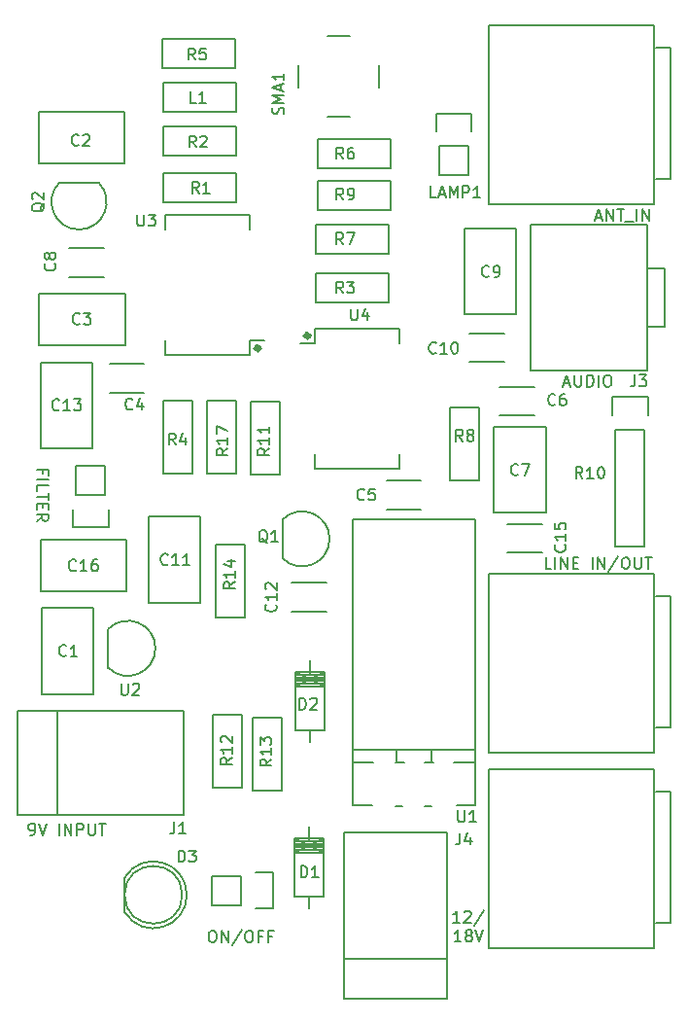
<source format=gto>
%TF.GenerationSoftware,KiCad,Pcbnew,4.0.4+e1-6308~48~ubuntu16.04.1-stable*%
%TF.CreationDate,2016-12-26T16:39:48-08:00*%
%TF.ProjectId,e202var-vlf-radio-receiver,653230327661722D766C662D72616469,v1.3*%
%TF.FileFunction,Legend,Top*%
%FSLAX46Y46*%
G04 Gerber Fmt 4.6, Leading zero omitted, Abs format (unit mm)*
G04 Created by KiCad (PCBNEW 4.0.4+e1-6308~48~ubuntu16.04.1-stable) date Mon Dec 26 16:39:48 2016*
%MOMM*%
%LPD*%
G01*
G04 APERTURE LIST*
%ADD10C,0.350000*%
%ADD11C,0.152400*%
%ADD12C,0.150000*%
%ADD13C,0.508000*%
G04 APERTURE END LIST*
D10*
D11*
X59457167Y-108981119D02*
X59650691Y-108981119D01*
X59747452Y-108932738D01*
X59795833Y-108884357D01*
X59892595Y-108739214D01*
X59940976Y-108545690D01*
X59940976Y-108158643D01*
X59892595Y-108061881D01*
X59844214Y-108013500D01*
X59747452Y-107965119D01*
X59553929Y-107965119D01*
X59457167Y-108013500D01*
X59408786Y-108061881D01*
X59360405Y-108158643D01*
X59360405Y-108400548D01*
X59408786Y-108497310D01*
X59457167Y-108545690D01*
X59553929Y-108594071D01*
X59747452Y-108594071D01*
X59844214Y-108545690D01*
X59892595Y-108497310D01*
X59940976Y-108400548D01*
X60231262Y-107965119D02*
X60569929Y-108981119D01*
X60908595Y-107965119D01*
X62021357Y-108981119D02*
X62021357Y-107965119D01*
X62505167Y-108981119D02*
X62505167Y-107965119D01*
X63085738Y-108981119D01*
X63085738Y-107965119D01*
X63569548Y-108981119D02*
X63569548Y-107965119D01*
X63956595Y-107965119D01*
X64053357Y-108013500D01*
X64101738Y-108061881D01*
X64150119Y-108158643D01*
X64150119Y-108303786D01*
X64101738Y-108400548D01*
X64053357Y-108448929D01*
X63956595Y-108497310D01*
X63569548Y-108497310D01*
X64585548Y-107965119D02*
X64585548Y-108787595D01*
X64633929Y-108884357D01*
X64682310Y-108932738D01*
X64779072Y-108981119D01*
X64972595Y-108981119D01*
X65069357Y-108932738D01*
X65117738Y-108884357D01*
X65166119Y-108787595D01*
X65166119Y-107965119D01*
X65504786Y-107965119D02*
X66085357Y-107965119D01*
X65795072Y-108981119D02*
X65795072Y-107965119D01*
X106020810Y-69638333D02*
X106504619Y-69638333D01*
X105924048Y-69928619D02*
X106262715Y-68912619D01*
X106601381Y-69928619D01*
X106940048Y-68912619D02*
X106940048Y-69735095D01*
X106988429Y-69831857D01*
X107036810Y-69880238D01*
X107133572Y-69928619D01*
X107327095Y-69928619D01*
X107423857Y-69880238D01*
X107472238Y-69831857D01*
X107520619Y-69735095D01*
X107520619Y-68912619D01*
X108004429Y-69928619D02*
X108004429Y-68912619D01*
X108246334Y-68912619D01*
X108391476Y-68961000D01*
X108488238Y-69057762D01*
X108536619Y-69154524D01*
X108585000Y-69348048D01*
X108585000Y-69493190D01*
X108536619Y-69686714D01*
X108488238Y-69783476D01*
X108391476Y-69880238D01*
X108246334Y-69928619D01*
X108004429Y-69928619D01*
X109020429Y-69928619D02*
X109020429Y-68912619D01*
X109697763Y-68912619D02*
X109891286Y-68912619D01*
X109988048Y-68961000D01*
X110084810Y-69057762D01*
X110133191Y-69251286D01*
X110133191Y-69589952D01*
X110084810Y-69783476D01*
X109988048Y-69880238D01*
X109891286Y-69928619D01*
X109697763Y-69928619D01*
X109601001Y-69880238D01*
X109504239Y-69783476D01*
X109455858Y-69589952D01*
X109455858Y-69251286D01*
X109504239Y-69057762D01*
X109601001Y-68961000D01*
X109697763Y-68912619D01*
X104902000Y-85803619D02*
X104418191Y-85803619D01*
X104418191Y-84787619D01*
X105240667Y-85803619D02*
X105240667Y-84787619D01*
X105724477Y-85803619D02*
X105724477Y-84787619D01*
X106305048Y-85803619D01*
X106305048Y-84787619D01*
X106788858Y-85271429D02*
X107127524Y-85271429D01*
X107272667Y-85803619D02*
X106788858Y-85803619D01*
X106788858Y-84787619D01*
X107272667Y-84787619D01*
X108482191Y-85803619D02*
X108482191Y-84787619D01*
X108966001Y-85803619D02*
X108966001Y-84787619D01*
X109546572Y-85803619D01*
X109546572Y-84787619D01*
X110756096Y-84739238D02*
X109885239Y-86045524D01*
X111288287Y-84787619D02*
X111481810Y-84787619D01*
X111578572Y-84836000D01*
X111675334Y-84932762D01*
X111723715Y-85126286D01*
X111723715Y-85464952D01*
X111675334Y-85658476D01*
X111578572Y-85755238D01*
X111481810Y-85803619D01*
X111288287Y-85803619D01*
X111191525Y-85755238D01*
X111094763Y-85658476D01*
X111046382Y-85464952D01*
X111046382Y-85126286D01*
X111094763Y-84932762D01*
X111191525Y-84836000D01*
X111288287Y-84787619D01*
X112159144Y-84787619D02*
X112159144Y-85610095D01*
X112207525Y-85706857D01*
X112255906Y-85755238D01*
X112352668Y-85803619D01*
X112546191Y-85803619D01*
X112642953Y-85755238D01*
X112691334Y-85706857D01*
X112739715Y-85610095D01*
X112739715Y-84787619D01*
X113078382Y-84787619D02*
X113658953Y-84787619D01*
X113368668Y-85803619D02*
X113368668Y-84787619D01*
X108802715Y-55223833D02*
X109286524Y-55223833D01*
X108705953Y-55514119D02*
X109044620Y-54498119D01*
X109383286Y-55514119D01*
X109721953Y-55514119D02*
X109721953Y-54498119D01*
X110302524Y-55514119D01*
X110302524Y-54498119D01*
X110641191Y-54498119D02*
X111221762Y-54498119D01*
X110931477Y-55514119D02*
X110931477Y-54498119D01*
X111318524Y-55610881D02*
X112092619Y-55610881D01*
X112334524Y-55514119D02*
X112334524Y-54498119D01*
X112818334Y-55514119D02*
X112818334Y-54498119D01*
X113398905Y-55514119D01*
X113398905Y-54498119D01*
X96937286Y-116588419D02*
X96356715Y-116588419D01*
X96647001Y-116588419D02*
X96647001Y-115572419D01*
X96550239Y-115717562D01*
X96453477Y-115814324D01*
X96356715Y-115862705D01*
X97324334Y-115669181D02*
X97372715Y-115620800D01*
X97469477Y-115572419D01*
X97711381Y-115572419D01*
X97808143Y-115620800D01*
X97856524Y-115669181D01*
X97904905Y-115765943D01*
X97904905Y-115862705D01*
X97856524Y-116007848D01*
X97275953Y-116588419D01*
X97904905Y-116588419D01*
X99066048Y-115524038D02*
X98195191Y-116830324D01*
X97034048Y-118264819D02*
X96453477Y-118264819D01*
X96743763Y-118264819D02*
X96743763Y-117248819D01*
X96647001Y-117393962D01*
X96550239Y-117490724D01*
X96453477Y-117539105D01*
X97614620Y-117684248D02*
X97517858Y-117635867D01*
X97469477Y-117587486D01*
X97421096Y-117490724D01*
X97421096Y-117442343D01*
X97469477Y-117345581D01*
X97517858Y-117297200D01*
X97614620Y-117248819D01*
X97808143Y-117248819D01*
X97904905Y-117297200D01*
X97953286Y-117345581D01*
X98001667Y-117442343D01*
X98001667Y-117490724D01*
X97953286Y-117587486D01*
X97904905Y-117635867D01*
X97808143Y-117684248D01*
X97614620Y-117684248D01*
X97517858Y-117732629D01*
X97469477Y-117781010D01*
X97421096Y-117877771D01*
X97421096Y-118071295D01*
X97469477Y-118168057D01*
X97517858Y-118216438D01*
X97614620Y-118264819D01*
X97808143Y-118264819D01*
X97904905Y-118216438D01*
X97953286Y-118168057D01*
X98001667Y-118071295D01*
X98001667Y-117877771D01*
X97953286Y-117781010D01*
X97904905Y-117732629D01*
X97808143Y-117684248D01*
X98291953Y-117248819D02*
X98630620Y-118264819D01*
X98969286Y-117248819D01*
X60588071Y-77512333D02*
X60588071Y-77173667D01*
X60055881Y-77173667D02*
X61071881Y-77173667D01*
X61071881Y-77657476D01*
X60055881Y-78044524D02*
X61071881Y-78044524D01*
X60055881Y-79012143D02*
X60055881Y-78528334D01*
X61071881Y-78528334D01*
X61071881Y-79205667D02*
X61071881Y-79786238D01*
X60055881Y-79495953D02*
X61071881Y-79495953D01*
X60588071Y-80124905D02*
X60588071Y-80463571D01*
X60055881Y-80608714D02*
X60055881Y-80124905D01*
X61071881Y-80124905D01*
X61071881Y-80608714D01*
X60055881Y-81624714D02*
X60539690Y-81286048D01*
X60055881Y-81044143D02*
X61071881Y-81044143D01*
X61071881Y-81431190D01*
X61023500Y-81527952D01*
X60975119Y-81576333D01*
X60878357Y-81624714D01*
X60733214Y-81624714D01*
X60636452Y-81576333D01*
X60588071Y-81527952D01*
X60539690Y-81431190D01*
X60539690Y-81044143D01*
X75291890Y-117299619D02*
X75485413Y-117299619D01*
X75582175Y-117348000D01*
X75678937Y-117444762D01*
X75727318Y-117638286D01*
X75727318Y-117976952D01*
X75678937Y-118170476D01*
X75582175Y-118267238D01*
X75485413Y-118315619D01*
X75291890Y-118315619D01*
X75195128Y-118267238D01*
X75098366Y-118170476D01*
X75049985Y-117976952D01*
X75049985Y-117638286D01*
X75098366Y-117444762D01*
X75195128Y-117348000D01*
X75291890Y-117299619D01*
X76162747Y-118315619D02*
X76162747Y-117299619D01*
X76743318Y-118315619D01*
X76743318Y-117299619D01*
X77952842Y-117251238D02*
X77081985Y-118557524D01*
X78485033Y-117299619D02*
X78678556Y-117299619D01*
X78775318Y-117348000D01*
X78872080Y-117444762D01*
X78920461Y-117638286D01*
X78920461Y-117976952D01*
X78872080Y-118170476D01*
X78775318Y-118267238D01*
X78678556Y-118315619D01*
X78485033Y-118315619D01*
X78388271Y-118267238D01*
X78291509Y-118170476D01*
X78243128Y-117976952D01*
X78243128Y-117638286D01*
X78291509Y-117444762D01*
X78388271Y-117348000D01*
X78485033Y-117299619D01*
X79694556Y-117783429D02*
X79355890Y-117783429D01*
X79355890Y-118315619D02*
X79355890Y-117299619D01*
X79839699Y-117299619D01*
X80565413Y-117783429D02*
X80226747Y-117783429D01*
X80226747Y-118315619D02*
X80226747Y-117299619D01*
X80710556Y-117299619D01*
D12*
X65894400Y-60358340D02*
X62894400Y-60358340D01*
X62894400Y-57858340D02*
X65894400Y-57858340D01*
D13*
X79451986Y-66588640D02*
G75*
G03X79451986Y-66588640I-148106J0D01*
G01*
D12*
X78610080Y-67181840D02*
X78610080Y-65911840D01*
X71260080Y-67181840D02*
X71260080Y-65911840D01*
X71260080Y-54971840D02*
X71260080Y-56241840D01*
X78610080Y-54971840D02*
X78610080Y-56241840D01*
X78610080Y-67181840D02*
X71260080Y-67181840D01*
X78610080Y-54971840D02*
X71260080Y-54971840D01*
X78610080Y-65911840D02*
X79895080Y-65911840D01*
X63500000Y-79375000D02*
X63500000Y-76835000D01*
X63220000Y-82195000D02*
X63220000Y-80645000D01*
X63500000Y-79375000D02*
X66040000Y-79375000D01*
X66320000Y-80645000D02*
X66320000Y-82195000D01*
X66320000Y-82195000D02*
X63220000Y-82195000D01*
X66040000Y-79375000D02*
X66040000Y-76835000D01*
X66040000Y-76835000D02*
X63500000Y-76835000D01*
X78867000Y-105075500D02*
X78867000Y-98725500D01*
X78867000Y-98725500D02*
X81407000Y-98725500D01*
X81407000Y-98725500D02*
X81407000Y-105075500D01*
X81407000Y-105075500D02*
X78867000Y-105075500D01*
X78232000Y-83693000D02*
X78232000Y-90043000D01*
X78232000Y-90043000D02*
X75692000Y-90043000D01*
X75692000Y-90043000D02*
X75692000Y-83693000D01*
X75692000Y-83693000D02*
X78232000Y-83693000D01*
X71125080Y-47289720D02*
X77475080Y-47289720D01*
X77475080Y-47289720D02*
X77475080Y-49829720D01*
X77475080Y-49829720D02*
X71125080Y-49829720D01*
X71125080Y-49829720D02*
X71125080Y-47289720D01*
X85360000Y-39420800D02*
X87360000Y-39420800D01*
X89865200Y-41926000D02*
X89865200Y-43926000D01*
X87360000Y-46431200D02*
X85360000Y-46431200D01*
X82854800Y-43926000D02*
X82854800Y-41926000D01*
X69425000Y-70465000D02*
X66425000Y-70465000D01*
X66425000Y-67965000D02*
X69425000Y-67965000D01*
X93555000Y-80625000D02*
X90555000Y-80625000D01*
X90555000Y-78125000D02*
X93555000Y-78125000D01*
X103397500Y-72433500D02*
X100397500Y-72433500D01*
X100397500Y-69933500D02*
X103397500Y-69933500D01*
X97794000Y-65298000D02*
X100794000Y-65298000D01*
X100794000Y-67798000D02*
X97794000Y-67798000D01*
X82300000Y-87015000D02*
X85300000Y-87015000D01*
X85300000Y-89515000D02*
X82300000Y-89515000D01*
X104072500Y-84371500D02*
X101072500Y-84371500D01*
X101072500Y-81871500D02*
X104072500Y-81871500D01*
X77858620Y-115062000D02*
X75318620Y-115062000D01*
X80678620Y-115342000D02*
X79128620Y-115342000D01*
X77858620Y-115062000D02*
X77858620Y-112522000D01*
X79128620Y-112242000D02*
X80678620Y-112242000D01*
X80678620Y-112242000D02*
X80678620Y-115342000D01*
X77858620Y-112522000D02*
X75318620Y-112522000D01*
X75318620Y-112522000D02*
X75318620Y-115062000D01*
X97668080Y-48991520D02*
X97668080Y-51531520D01*
X97948080Y-46171520D02*
X97948080Y-47721520D01*
X97668080Y-48991520D02*
X95128080Y-48991520D01*
X94848080Y-47721520D02*
X94848080Y-46171520D01*
X94848080Y-46171520D02*
X97948080Y-46171520D01*
X95128080Y-48991520D02*
X95128080Y-51531520D01*
X95128080Y-51531520D02*
X97668080Y-51531520D01*
X81485000Y-81485000D02*
X81485000Y-84885000D01*
X81487944Y-81487944D02*
G75*
G02X85585000Y-83185000I1697056J-1697056D01*
G01*
X81487944Y-84882056D02*
G75*
G03X85585000Y-83185000I1697056J1697056D01*
G01*
X65454000Y-52148000D02*
X62054000Y-52148000D01*
X65451056Y-52150944D02*
G75*
G02X63754000Y-56248000I-1697056J-1697056D01*
G01*
X62056944Y-52150944D02*
G75*
G03X63754000Y-56248000I1697056J-1697056D01*
G01*
X77470000Y-53848000D02*
X71120000Y-53848000D01*
X71120000Y-53848000D02*
X71120000Y-51308000D01*
X71120000Y-51308000D02*
X77470000Y-51308000D01*
X77470000Y-51308000D02*
X77470000Y-53848000D01*
X84403420Y-60081160D02*
X90753420Y-60081160D01*
X90753420Y-60081160D02*
X90753420Y-62621160D01*
X90753420Y-62621160D02*
X84403420Y-62621160D01*
X84403420Y-62621160D02*
X84403420Y-60081160D01*
X73660000Y-71120000D02*
X73660000Y-77470000D01*
X73660000Y-77470000D02*
X71120000Y-77470000D01*
X71120000Y-77470000D02*
X71120000Y-71120000D01*
X71120000Y-71120000D02*
X73660000Y-71120000D01*
X71025240Y-39616380D02*
X77375240Y-39616380D01*
X77375240Y-39616380D02*
X77375240Y-42156380D01*
X77375240Y-42156380D02*
X71025240Y-42156380D01*
X71025240Y-42156380D02*
X71025240Y-39616380D01*
X90922620Y-50899060D02*
X84572620Y-50899060D01*
X84572620Y-50899060D02*
X84572620Y-48359060D01*
X84572620Y-48359060D02*
X90922620Y-48359060D01*
X90922620Y-48359060D02*
X90922620Y-50899060D01*
X84419440Y-55841900D02*
X90769440Y-55841900D01*
X90769440Y-55841900D02*
X90769440Y-58381900D01*
X90769440Y-58381900D02*
X84419440Y-58381900D01*
X84419440Y-58381900D02*
X84419440Y-55841900D01*
X98615500Y-71755000D02*
X98615500Y-78105000D01*
X98615500Y-78105000D02*
X96075500Y-78105000D01*
X96075500Y-78105000D02*
X96075500Y-71755000D01*
X96075500Y-71755000D02*
X98615500Y-71755000D01*
X90922620Y-54564280D02*
X84572620Y-54564280D01*
X84572620Y-54564280D02*
X84572620Y-52024280D01*
X84572620Y-52024280D02*
X90922620Y-52024280D01*
X90922620Y-52024280D02*
X90922620Y-54564280D01*
X78740000Y-77580000D02*
X78740000Y-71230000D01*
X78740000Y-71230000D02*
X81280000Y-71230000D01*
X81280000Y-71230000D02*
X81280000Y-77580000D01*
X81280000Y-77580000D02*
X78740000Y-77580000D01*
X77914500Y-98488500D02*
X77914500Y-104838500D01*
X77914500Y-104838500D02*
X75374500Y-104838500D01*
X75374500Y-104838500D02*
X75374500Y-98488500D01*
X75374500Y-98488500D02*
X77914500Y-98488500D01*
X74930000Y-77470000D02*
X74930000Y-71120000D01*
X74930000Y-71120000D02*
X77470000Y-71120000D01*
X77470000Y-71120000D02*
X77470000Y-77470000D01*
X77470000Y-77470000D02*
X74930000Y-77470000D01*
X66308500Y-91010000D02*
X66308500Y-94410000D01*
X66311444Y-91012944D02*
G75*
G02X70408500Y-92710000I1697056J-1697056D01*
G01*
X66311444Y-94407056D02*
G75*
G03X70408500Y-92710000I1697056J1697056D01*
G01*
X77470000Y-45974000D02*
X71120000Y-45974000D01*
X71120000Y-45974000D02*
X71120000Y-43434000D01*
X71120000Y-43434000D02*
X77470000Y-43434000D01*
X77470000Y-43434000D02*
X77470000Y-45974000D01*
X67746112Y-115697904D02*
G75*
G03X67731000Y-112673000I2484888J1524904D01*
G01*
X67731000Y-115673000D02*
X67731000Y-112673000D01*
X72748936Y-114173000D02*
G75*
G03X72748936Y-114173000I-2517936J0D01*
G01*
X74322500Y-81253000D02*
X74322500Y-88753000D01*
X74322500Y-88753000D02*
X69822500Y-88753000D01*
X69822500Y-88753000D02*
X69822500Y-81253000D01*
X69822500Y-81253000D02*
X74322500Y-81253000D01*
D13*
X83780146Y-65498980D02*
G75*
G03X83780146Y-65498980I-148106J0D01*
G01*
D12*
X84325840Y-64905780D02*
X84325840Y-66175780D01*
X91675840Y-64905780D02*
X91675840Y-66175780D01*
X91675840Y-77115780D02*
X91675840Y-75845780D01*
X84325840Y-77115780D02*
X84325840Y-75845780D01*
X84325840Y-64905780D02*
X91675840Y-64905780D01*
X84325840Y-77115780D02*
X91675840Y-77115780D01*
X84325840Y-66175780D02*
X83040840Y-66175780D01*
X110210000Y-72390000D02*
X110210000Y-70840000D01*
X110210000Y-70840000D02*
X113310000Y-70840000D01*
X113310000Y-70840000D02*
X113310000Y-72390000D01*
X113030000Y-73660000D02*
X113030000Y-83820000D01*
X113030000Y-83820000D02*
X110490000Y-83820000D01*
X110490000Y-83820000D02*
X110490000Y-73660000D01*
X113030000Y-73660000D02*
X110490000Y-73660000D01*
X83855560Y-99834700D02*
X83855560Y-100850700D01*
X83855560Y-95008700D02*
X83855560Y-93738700D01*
X85125560Y-95262700D02*
X82585560Y-95262700D01*
X85125560Y-95516700D02*
X82585560Y-95516700D01*
X85125560Y-95770700D02*
X82585560Y-95770700D01*
X85125560Y-95008700D02*
X82585560Y-95008700D01*
X85125560Y-96024700D02*
X82585560Y-94754700D01*
X85125560Y-94754700D02*
X82585560Y-96024700D01*
X85125560Y-96024700D02*
X82585560Y-96024700D01*
X85125560Y-95389700D02*
X82585560Y-95389700D01*
X82585560Y-94754700D02*
X85125560Y-94754700D01*
X85125560Y-94754700D02*
X85125560Y-99834700D01*
X85125560Y-99834700D02*
X82585560Y-99834700D01*
X82585560Y-99834700D02*
X82585560Y-94754700D01*
X83820000Y-114300000D02*
X83820000Y-115316000D01*
X83820000Y-109474000D02*
X83820000Y-108204000D01*
X85090000Y-109728000D02*
X82550000Y-109728000D01*
X85090000Y-109982000D02*
X82550000Y-109982000D01*
X85090000Y-110236000D02*
X82550000Y-110236000D01*
X85090000Y-109474000D02*
X82550000Y-109474000D01*
X85090000Y-110490000D02*
X82550000Y-109220000D01*
X85090000Y-109220000D02*
X82550000Y-110490000D01*
X85090000Y-110490000D02*
X82550000Y-110490000D01*
X85090000Y-109855000D02*
X82550000Y-109855000D01*
X82550000Y-109220000D02*
X85090000Y-109220000D01*
X85090000Y-109220000D02*
X85090000Y-114300000D01*
X85090000Y-114300000D02*
X82550000Y-114300000D01*
X82550000Y-114300000D02*
X82550000Y-109220000D01*
X67908500Y-87784500D02*
X60408500Y-87784500D01*
X60408500Y-87784500D02*
X60408500Y-83284500D01*
X60408500Y-83284500D02*
X67908500Y-83284500D01*
X67908500Y-83284500D02*
X67908500Y-87784500D01*
X64937200Y-67839260D02*
X64937200Y-75339260D01*
X64937200Y-75339260D02*
X60437200Y-75339260D01*
X60437200Y-75339260D02*
X60437200Y-67839260D01*
X60437200Y-67839260D02*
X64937200Y-67839260D01*
X97318000Y-63654000D02*
X97318000Y-56154000D01*
X97318000Y-56154000D02*
X101818000Y-56154000D01*
X101818000Y-56154000D02*
X101818000Y-63654000D01*
X101818000Y-63654000D02*
X97318000Y-63654000D01*
X104421500Y-73426000D02*
X104421500Y-80926000D01*
X104421500Y-80926000D02*
X99921500Y-80926000D01*
X99921500Y-80926000D02*
X99921500Y-73426000D01*
X99921500Y-73426000D02*
X104421500Y-73426000D01*
X60278960Y-61803720D02*
X67778960Y-61803720D01*
X67778960Y-61803720D02*
X67778960Y-66303720D01*
X67778960Y-66303720D02*
X60278960Y-66303720D01*
X60278960Y-66303720D02*
X60278960Y-61803720D01*
X67718000Y-50510000D02*
X60218000Y-50510000D01*
X60218000Y-50510000D02*
X60218000Y-46010000D01*
X60218000Y-46010000D02*
X67718000Y-46010000D01*
X67718000Y-46010000D02*
X67718000Y-50510000D01*
X64988000Y-89190500D02*
X64988000Y-96690500D01*
X64988000Y-96690500D02*
X60488000Y-96690500D01*
X60488000Y-96690500D02*
X60488000Y-89190500D01*
X60488000Y-89190500D02*
X64988000Y-89190500D01*
X61871860Y-98178620D02*
X61871860Y-107180380D01*
X58371740Y-98178620D02*
X58371740Y-107180380D01*
X58371740Y-107180380D02*
X72872600Y-107180380D01*
X72872600Y-107180380D02*
X72872600Y-98178620D01*
X72872600Y-98178620D02*
X58371740Y-98178620D01*
X86812120Y-119722900D02*
X95813880Y-119722900D01*
X86812120Y-123223020D02*
X95813880Y-123223020D01*
X95813880Y-123223020D02*
X95813880Y-108722160D01*
X95813880Y-108722160D02*
X86812120Y-108722160D01*
X86812120Y-108722160D02*
X86812120Y-123223020D01*
D11*
X114774980Y-59672220D02*
X113250980Y-59672220D01*
X114774980Y-64752220D02*
X114774980Y-59672220D01*
X113250980Y-64752220D02*
X114774980Y-64752220D01*
X113250980Y-55862220D02*
X103090980Y-55862220D01*
X113250980Y-68562220D02*
X113250980Y-55862220D01*
X103090980Y-68562220D02*
X113250980Y-68562220D01*
X103090980Y-55862220D02*
X103090980Y-68562220D01*
X87630000Y-81470500D02*
X98298000Y-81470500D01*
X98298000Y-101536500D02*
X98298000Y-81470500D01*
D12*
X98298000Y-102679500D02*
X96393000Y-102679500D01*
X93853000Y-102679500D02*
X94615000Y-102679500D01*
X91440000Y-102679500D02*
X91313000Y-102679500D01*
X91440000Y-102679500D02*
X92075000Y-102679500D01*
X87630000Y-102679500D02*
X89408000Y-102679500D01*
X87630000Y-106362500D02*
X89281000Y-106362500D01*
X91948000Y-106489500D02*
X91313000Y-106489500D01*
X94488000Y-106489500D02*
X93853000Y-106489500D01*
X98298000Y-106362500D02*
X96647000Y-106362500D01*
X91440000Y-101536500D02*
X91440000Y-102679500D01*
X94488000Y-101536500D02*
X94488000Y-102679500D01*
X98298000Y-102679500D02*
X98298000Y-106362500D01*
X87630000Y-106362500D02*
X87630000Y-102679500D01*
X98298000Y-101536500D02*
X98298000Y-102679500D01*
X87630000Y-102679500D02*
X87630000Y-101536500D01*
X92964000Y-101536500D02*
X87630000Y-101536500D01*
X92964000Y-101536500D02*
X98298000Y-101536500D01*
D11*
X87630000Y-101536500D02*
X87630000Y-81470500D01*
X115316000Y-105156000D02*
X114046000Y-105156000D01*
X115316000Y-116586000D02*
X115316000Y-105156000D01*
X114046000Y-116586000D02*
X115316000Y-116586000D01*
D12*
X99479100Y-103197660D02*
X99479100Y-118798340D01*
X99479100Y-118798340D02*
X113880900Y-118798340D01*
X113880900Y-118798340D02*
X113880900Y-103197660D01*
X113880900Y-103197660D02*
X99479100Y-103197660D01*
D11*
X115290600Y-40403780D02*
X114020600Y-40403780D01*
X115290600Y-51833780D02*
X115290600Y-40403780D01*
X114020600Y-51833780D02*
X115290600Y-51833780D01*
D12*
X99453700Y-38445440D02*
X99453700Y-54046120D01*
X99453700Y-54046120D02*
X113855500Y-54046120D01*
X113855500Y-54046120D02*
X113855500Y-38445440D01*
X113855500Y-38445440D02*
X99453700Y-38445440D01*
D11*
X115316000Y-88138000D02*
X114046000Y-88138000D01*
X115316000Y-99568000D02*
X115316000Y-88138000D01*
X114046000Y-99568000D02*
X115316000Y-99568000D01*
D12*
X99479100Y-86179660D02*
X99479100Y-101780340D01*
X99479100Y-101780340D02*
X113880900Y-101780340D01*
X113880900Y-101780340D02*
X113880900Y-86179660D01*
X113880900Y-86179660D02*
X99479100Y-86179660D01*
X61634643Y-59221666D02*
X61682262Y-59269285D01*
X61729881Y-59412142D01*
X61729881Y-59507380D01*
X61682262Y-59650238D01*
X61587024Y-59745476D01*
X61491786Y-59793095D01*
X61301310Y-59840714D01*
X61158452Y-59840714D01*
X60967976Y-59793095D01*
X60872738Y-59745476D01*
X60777500Y-59650238D01*
X60729881Y-59507380D01*
X60729881Y-59412142D01*
X60777500Y-59269285D01*
X60825119Y-59221666D01*
X61158452Y-58650238D02*
X61110833Y-58745476D01*
X61063214Y-58793095D01*
X60967976Y-58840714D01*
X60920357Y-58840714D01*
X60825119Y-58793095D01*
X60777500Y-58745476D01*
X60729881Y-58650238D01*
X60729881Y-58459761D01*
X60777500Y-58364523D01*
X60825119Y-58316904D01*
X60920357Y-58269285D01*
X60967976Y-58269285D01*
X61063214Y-58316904D01*
X61110833Y-58364523D01*
X61158452Y-58459761D01*
X61158452Y-58650238D01*
X61206071Y-58745476D01*
X61253690Y-58793095D01*
X61348929Y-58840714D01*
X61539405Y-58840714D01*
X61634643Y-58793095D01*
X61682262Y-58745476D01*
X61729881Y-58650238D01*
X61729881Y-58459761D01*
X61682262Y-58364523D01*
X61634643Y-58316904D01*
X61539405Y-58269285D01*
X61348929Y-58269285D01*
X61253690Y-58316904D01*
X61206071Y-58364523D01*
X61158452Y-58459761D01*
X68834095Y-54951381D02*
X68834095Y-55760905D01*
X68881714Y-55856143D01*
X68929333Y-55903762D01*
X69024571Y-55951381D01*
X69215048Y-55951381D01*
X69310286Y-55903762D01*
X69357905Y-55856143D01*
X69405524Y-55760905D01*
X69405524Y-54951381D01*
X69786476Y-54951381D02*
X70405524Y-54951381D01*
X70072190Y-55332333D01*
X70215048Y-55332333D01*
X70310286Y-55379952D01*
X70357905Y-55427571D01*
X70405524Y-55522810D01*
X70405524Y-55760905D01*
X70357905Y-55856143D01*
X70310286Y-55903762D01*
X70215048Y-55951381D01*
X69929333Y-55951381D01*
X69834095Y-55903762D01*
X69786476Y-55856143D01*
X80525881Y-102369857D02*
X80049690Y-102703191D01*
X80525881Y-102941286D02*
X79525881Y-102941286D01*
X79525881Y-102560333D01*
X79573500Y-102465095D01*
X79621119Y-102417476D01*
X79716357Y-102369857D01*
X79859214Y-102369857D01*
X79954452Y-102417476D01*
X80002071Y-102465095D01*
X80049690Y-102560333D01*
X80049690Y-102941286D01*
X80525881Y-101417476D02*
X80525881Y-101988905D01*
X80525881Y-101703191D02*
X79525881Y-101703191D01*
X79668738Y-101798429D01*
X79763976Y-101893667D01*
X79811595Y-101988905D01*
X79525881Y-101084143D02*
X79525881Y-100465095D01*
X79906833Y-100798429D01*
X79906833Y-100655571D01*
X79954452Y-100560333D01*
X80002071Y-100512714D01*
X80097310Y-100465095D01*
X80335405Y-100465095D01*
X80430643Y-100512714D01*
X80478262Y-100560333D01*
X80525881Y-100655571D01*
X80525881Y-100941286D01*
X80478262Y-101036524D01*
X80430643Y-101084143D01*
X77350881Y-86939357D02*
X76874690Y-87272691D01*
X77350881Y-87510786D02*
X76350881Y-87510786D01*
X76350881Y-87129833D01*
X76398500Y-87034595D01*
X76446119Y-86986976D01*
X76541357Y-86939357D01*
X76684214Y-86939357D01*
X76779452Y-86986976D01*
X76827071Y-87034595D01*
X76874690Y-87129833D01*
X76874690Y-87510786D01*
X77350881Y-85986976D02*
X77350881Y-86558405D01*
X77350881Y-86272691D02*
X76350881Y-86272691D01*
X76493738Y-86367929D01*
X76588976Y-86463167D01*
X76636595Y-86558405D01*
X76684214Y-85129833D02*
X77350881Y-85129833D01*
X76303262Y-85367929D02*
X77017548Y-85606024D01*
X77017548Y-84986976D01*
X73937834Y-49093381D02*
X73604500Y-48617190D01*
X73366405Y-49093381D02*
X73366405Y-48093381D01*
X73747358Y-48093381D01*
X73842596Y-48141000D01*
X73890215Y-48188619D01*
X73937834Y-48283857D01*
X73937834Y-48426714D01*
X73890215Y-48521952D01*
X73842596Y-48569571D01*
X73747358Y-48617190D01*
X73366405Y-48617190D01*
X74318786Y-48188619D02*
X74366405Y-48141000D01*
X74461643Y-48093381D01*
X74699739Y-48093381D01*
X74794977Y-48141000D01*
X74842596Y-48188619D01*
X74890215Y-48283857D01*
X74890215Y-48379095D01*
X74842596Y-48521952D01*
X74271167Y-49093381D01*
X74890215Y-49093381D01*
X81560302Y-46201745D02*
X81607921Y-46058888D01*
X81607921Y-45820792D01*
X81560302Y-45725554D01*
X81512683Y-45677935D01*
X81417445Y-45630316D01*
X81322207Y-45630316D01*
X81226969Y-45677935D01*
X81179350Y-45725554D01*
X81131730Y-45820792D01*
X81084111Y-46011269D01*
X81036492Y-46106507D01*
X80988873Y-46154126D01*
X80893635Y-46201745D01*
X80798397Y-46201745D01*
X80703159Y-46154126D01*
X80655540Y-46106507D01*
X80607921Y-46011269D01*
X80607921Y-45773173D01*
X80655540Y-45630316D01*
X81607921Y-45201745D02*
X80607921Y-45201745D01*
X81322207Y-44868411D01*
X80607921Y-44535078D01*
X81607921Y-44535078D01*
X81322207Y-44106507D02*
X81322207Y-43630316D01*
X81607921Y-44201745D02*
X80607921Y-43868412D01*
X81607921Y-43535078D01*
X81607921Y-42677935D02*
X81607921Y-43249364D01*
X81607921Y-42963650D02*
X80607921Y-42963650D01*
X80750778Y-43058888D01*
X80846016Y-43154126D01*
X80893635Y-43249364D01*
X68413334Y-71858143D02*
X68365715Y-71905762D01*
X68222858Y-71953381D01*
X68127620Y-71953381D01*
X67984762Y-71905762D01*
X67889524Y-71810524D01*
X67841905Y-71715286D01*
X67794286Y-71524810D01*
X67794286Y-71381952D01*
X67841905Y-71191476D01*
X67889524Y-71096238D01*
X67984762Y-71001000D01*
X68127620Y-70953381D01*
X68222858Y-70953381D01*
X68365715Y-71001000D01*
X68413334Y-71048619D01*
X69270477Y-71286714D02*
X69270477Y-71953381D01*
X69032381Y-70905762D02*
X68794286Y-71620048D01*
X69413334Y-71620048D01*
X88606334Y-79732143D02*
X88558715Y-79779762D01*
X88415858Y-79827381D01*
X88320620Y-79827381D01*
X88177762Y-79779762D01*
X88082524Y-79684524D01*
X88034905Y-79589286D01*
X87987286Y-79398810D01*
X87987286Y-79255952D01*
X88034905Y-79065476D01*
X88082524Y-78970238D01*
X88177762Y-78875000D01*
X88320620Y-78827381D01*
X88415858Y-78827381D01*
X88558715Y-78875000D01*
X88606334Y-78922619D01*
X89511096Y-78827381D02*
X89034905Y-78827381D01*
X88987286Y-79303571D01*
X89034905Y-79255952D01*
X89130143Y-79208333D01*
X89368239Y-79208333D01*
X89463477Y-79255952D01*
X89511096Y-79303571D01*
X89558715Y-79398810D01*
X89558715Y-79636905D01*
X89511096Y-79732143D01*
X89463477Y-79779762D01*
X89368239Y-79827381D01*
X89130143Y-79827381D01*
X89034905Y-79779762D01*
X88987286Y-79732143D01*
X105243334Y-71477143D02*
X105195715Y-71524762D01*
X105052858Y-71572381D01*
X104957620Y-71572381D01*
X104814762Y-71524762D01*
X104719524Y-71429524D01*
X104671905Y-71334286D01*
X104624286Y-71143810D01*
X104624286Y-71000952D01*
X104671905Y-70810476D01*
X104719524Y-70715238D01*
X104814762Y-70620000D01*
X104957620Y-70572381D01*
X105052858Y-70572381D01*
X105195715Y-70620000D01*
X105243334Y-70667619D01*
X106100477Y-70572381D02*
X105910000Y-70572381D01*
X105814762Y-70620000D01*
X105767143Y-70667619D01*
X105671905Y-70810476D01*
X105624286Y-71000952D01*
X105624286Y-71381905D01*
X105671905Y-71477143D01*
X105719524Y-71524762D01*
X105814762Y-71572381D01*
X106005239Y-71572381D01*
X106100477Y-71524762D01*
X106148096Y-71477143D01*
X106195715Y-71381905D01*
X106195715Y-71143810D01*
X106148096Y-71048571D01*
X106100477Y-71000952D01*
X106005239Y-70953333D01*
X105814762Y-70953333D01*
X105719524Y-71000952D01*
X105671905Y-71048571D01*
X105624286Y-71143810D01*
X94861143Y-66968643D02*
X94813524Y-67016262D01*
X94670667Y-67063881D01*
X94575429Y-67063881D01*
X94432571Y-67016262D01*
X94337333Y-66921024D01*
X94289714Y-66825786D01*
X94242095Y-66635310D01*
X94242095Y-66492452D01*
X94289714Y-66301976D01*
X94337333Y-66206738D01*
X94432571Y-66111500D01*
X94575429Y-66063881D01*
X94670667Y-66063881D01*
X94813524Y-66111500D01*
X94861143Y-66159119D01*
X95813524Y-67063881D02*
X95242095Y-67063881D01*
X95527809Y-67063881D02*
X95527809Y-66063881D01*
X95432571Y-66206738D01*
X95337333Y-66301976D01*
X95242095Y-66349595D01*
X96432571Y-66063881D02*
X96527810Y-66063881D01*
X96623048Y-66111500D01*
X96670667Y-66159119D01*
X96718286Y-66254357D01*
X96765905Y-66444833D01*
X96765905Y-66682929D01*
X96718286Y-66873405D01*
X96670667Y-66968643D01*
X96623048Y-67016262D01*
X96527810Y-67063881D01*
X96432571Y-67063881D01*
X96337333Y-67016262D01*
X96289714Y-66968643D01*
X96242095Y-66873405D01*
X96194476Y-66682929D01*
X96194476Y-66444833D01*
X96242095Y-66254357D01*
X96289714Y-66159119D01*
X96337333Y-66111500D01*
X96432571Y-66063881D01*
X80875143Y-88907857D02*
X80922762Y-88955476D01*
X80970381Y-89098333D01*
X80970381Y-89193571D01*
X80922762Y-89336429D01*
X80827524Y-89431667D01*
X80732286Y-89479286D01*
X80541810Y-89526905D01*
X80398952Y-89526905D01*
X80208476Y-89479286D01*
X80113238Y-89431667D01*
X80018000Y-89336429D01*
X79970381Y-89193571D01*
X79970381Y-89098333D01*
X80018000Y-88955476D01*
X80065619Y-88907857D01*
X80970381Y-87955476D02*
X80970381Y-88526905D01*
X80970381Y-88241191D02*
X79970381Y-88241191D01*
X80113238Y-88336429D01*
X80208476Y-88431667D01*
X80256095Y-88526905D01*
X80065619Y-87574524D02*
X80018000Y-87526905D01*
X79970381Y-87431667D01*
X79970381Y-87193571D01*
X80018000Y-87098333D01*
X80065619Y-87050714D01*
X80160857Y-87003095D01*
X80256095Y-87003095D01*
X80398952Y-87050714D01*
X80970381Y-87622143D01*
X80970381Y-87003095D01*
X106084643Y-83700857D02*
X106132262Y-83748476D01*
X106179881Y-83891333D01*
X106179881Y-83986571D01*
X106132262Y-84129429D01*
X106037024Y-84224667D01*
X105941786Y-84272286D01*
X105751310Y-84319905D01*
X105608452Y-84319905D01*
X105417976Y-84272286D01*
X105322738Y-84224667D01*
X105227500Y-84129429D01*
X105179881Y-83986571D01*
X105179881Y-83891333D01*
X105227500Y-83748476D01*
X105275119Y-83700857D01*
X106179881Y-82748476D02*
X106179881Y-83319905D01*
X106179881Y-83034191D02*
X105179881Y-83034191D01*
X105322738Y-83129429D01*
X105417976Y-83224667D01*
X105465595Y-83319905D01*
X105179881Y-81843714D02*
X105179881Y-82319905D01*
X105656071Y-82367524D01*
X105608452Y-82319905D01*
X105560833Y-82224667D01*
X105560833Y-81986571D01*
X105608452Y-81891333D01*
X105656071Y-81843714D01*
X105751310Y-81796095D01*
X105989405Y-81796095D01*
X106084643Y-81843714D01*
X106132262Y-81891333D01*
X106179881Y-81986571D01*
X106179881Y-82224667D01*
X106132262Y-82319905D01*
X106084643Y-82367524D01*
X94853334Y-53474881D02*
X94377143Y-53474881D01*
X94377143Y-52474881D01*
X95139048Y-53189167D02*
X95615239Y-53189167D01*
X95043810Y-53474881D02*
X95377143Y-52474881D01*
X95710477Y-53474881D01*
X96043810Y-53474881D02*
X96043810Y-52474881D01*
X96377144Y-53189167D01*
X96710477Y-52474881D01*
X96710477Y-53474881D01*
X97186667Y-53474881D02*
X97186667Y-52474881D01*
X97567620Y-52474881D01*
X97662858Y-52522500D01*
X97710477Y-52570119D01*
X97758096Y-52665357D01*
X97758096Y-52808214D01*
X97710477Y-52903452D01*
X97662858Y-52951071D01*
X97567620Y-52998690D01*
X97186667Y-52998690D01*
X98710477Y-53474881D02*
X98139048Y-53474881D01*
X98424762Y-53474881D02*
X98424762Y-52474881D01*
X98329524Y-52617738D01*
X98234286Y-52712976D01*
X98139048Y-52760595D01*
X80168762Y-83542119D02*
X80073524Y-83494500D01*
X79978286Y-83399262D01*
X79835429Y-83256405D01*
X79740190Y-83208786D01*
X79644952Y-83208786D01*
X79692571Y-83446881D02*
X79597333Y-83399262D01*
X79502095Y-83304024D01*
X79454476Y-83113548D01*
X79454476Y-82780214D01*
X79502095Y-82589738D01*
X79597333Y-82494500D01*
X79692571Y-82446881D01*
X79883048Y-82446881D01*
X79978286Y-82494500D01*
X80073524Y-82589738D01*
X80121143Y-82780214D01*
X80121143Y-83113548D01*
X80073524Y-83304024D01*
X79978286Y-83399262D01*
X79883048Y-83446881D01*
X79692571Y-83446881D01*
X81073524Y-83446881D02*
X80502095Y-83446881D01*
X80787809Y-83446881D02*
X80787809Y-82446881D01*
X80692571Y-82589738D01*
X80597333Y-82684976D01*
X80502095Y-82732595D01*
X60745619Y-53943238D02*
X60698000Y-54038476D01*
X60602762Y-54133714D01*
X60459905Y-54276571D01*
X60412286Y-54371810D01*
X60412286Y-54467048D01*
X60650381Y-54419429D02*
X60602762Y-54514667D01*
X60507524Y-54609905D01*
X60317048Y-54657524D01*
X59983714Y-54657524D01*
X59793238Y-54609905D01*
X59698000Y-54514667D01*
X59650381Y-54419429D01*
X59650381Y-54228952D01*
X59698000Y-54133714D01*
X59793238Y-54038476D01*
X59983714Y-53990857D01*
X60317048Y-53990857D01*
X60507524Y-54038476D01*
X60602762Y-54133714D01*
X60650381Y-54228952D01*
X60650381Y-54419429D01*
X59745619Y-53609905D02*
X59698000Y-53562286D01*
X59650381Y-53467048D01*
X59650381Y-53228952D01*
X59698000Y-53133714D01*
X59745619Y-53086095D01*
X59840857Y-53038476D01*
X59936095Y-53038476D01*
X60078952Y-53086095D01*
X60650381Y-53657524D01*
X60650381Y-53038476D01*
X74191834Y-53093881D02*
X73858500Y-52617690D01*
X73620405Y-53093881D02*
X73620405Y-52093881D01*
X74001358Y-52093881D01*
X74096596Y-52141500D01*
X74144215Y-52189119D01*
X74191834Y-52284357D01*
X74191834Y-52427214D01*
X74144215Y-52522452D01*
X74096596Y-52570071D01*
X74001358Y-52617690D01*
X73620405Y-52617690D01*
X75144215Y-53093881D02*
X74572786Y-53093881D01*
X74858500Y-53093881D02*
X74858500Y-52093881D01*
X74763262Y-52236738D01*
X74668024Y-52331976D01*
X74572786Y-52379595D01*
X86764834Y-61793381D02*
X86431500Y-61317190D01*
X86193405Y-61793381D02*
X86193405Y-60793381D01*
X86574358Y-60793381D01*
X86669596Y-60841000D01*
X86717215Y-60888619D01*
X86764834Y-60983857D01*
X86764834Y-61126714D01*
X86717215Y-61221952D01*
X86669596Y-61269571D01*
X86574358Y-61317190D01*
X86193405Y-61317190D01*
X87098167Y-60793381D02*
X87717215Y-60793381D01*
X87383881Y-61174333D01*
X87526739Y-61174333D01*
X87621977Y-61221952D01*
X87669596Y-61269571D01*
X87717215Y-61364810D01*
X87717215Y-61602905D01*
X87669596Y-61698143D01*
X87621977Y-61745762D01*
X87526739Y-61793381D01*
X87241024Y-61793381D01*
X87145786Y-61745762D01*
X87098167Y-61698143D01*
X72159834Y-75001381D02*
X71826500Y-74525190D01*
X71588405Y-75001381D02*
X71588405Y-74001381D01*
X71969358Y-74001381D01*
X72064596Y-74049000D01*
X72112215Y-74096619D01*
X72159834Y-74191857D01*
X72159834Y-74334714D01*
X72112215Y-74429952D01*
X72064596Y-74477571D01*
X71969358Y-74525190D01*
X71588405Y-74525190D01*
X73016977Y-74334714D02*
X73016977Y-75001381D01*
X72778881Y-73953762D02*
X72540786Y-74668048D01*
X73159834Y-74668048D01*
X73874334Y-41473381D02*
X73541000Y-40997190D01*
X73302905Y-41473381D02*
X73302905Y-40473381D01*
X73683858Y-40473381D01*
X73779096Y-40521000D01*
X73826715Y-40568619D01*
X73874334Y-40663857D01*
X73874334Y-40806714D01*
X73826715Y-40901952D01*
X73779096Y-40949571D01*
X73683858Y-40997190D01*
X73302905Y-40997190D01*
X74779096Y-40473381D02*
X74302905Y-40473381D01*
X74255286Y-40949571D01*
X74302905Y-40901952D01*
X74398143Y-40854333D01*
X74636239Y-40854333D01*
X74731477Y-40901952D01*
X74779096Y-40949571D01*
X74826715Y-41044810D01*
X74826715Y-41282905D01*
X74779096Y-41378143D01*
X74731477Y-41425762D01*
X74636239Y-41473381D01*
X74398143Y-41473381D01*
X74302905Y-41425762D01*
X74255286Y-41378143D01*
X86764834Y-50109381D02*
X86431500Y-49633190D01*
X86193405Y-50109381D02*
X86193405Y-49109381D01*
X86574358Y-49109381D01*
X86669596Y-49157000D01*
X86717215Y-49204619D01*
X86764834Y-49299857D01*
X86764834Y-49442714D01*
X86717215Y-49537952D01*
X86669596Y-49585571D01*
X86574358Y-49633190D01*
X86193405Y-49633190D01*
X87621977Y-49109381D02*
X87431500Y-49109381D01*
X87336262Y-49157000D01*
X87288643Y-49204619D01*
X87193405Y-49347476D01*
X87145786Y-49537952D01*
X87145786Y-49918905D01*
X87193405Y-50014143D01*
X87241024Y-50061762D01*
X87336262Y-50109381D01*
X87526739Y-50109381D01*
X87621977Y-50061762D01*
X87669596Y-50014143D01*
X87717215Y-49918905D01*
X87717215Y-49680810D01*
X87669596Y-49585571D01*
X87621977Y-49537952D01*
X87526739Y-49490333D01*
X87336262Y-49490333D01*
X87241024Y-49537952D01*
X87193405Y-49585571D01*
X87145786Y-49680810D01*
X86764834Y-57538881D02*
X86431500Y-57062690D01*
X86193405Y-57538881D02*
X86193405Y-56538881D01*
X86574358Y-56538881D01*
X86669596Y-56586500D01*
X86717215Y-56634119D01*
X86764834Y-56729357D01*
X86764834Y-56872214D01*
X86717215Y-56967452D01*
X86669596Y-57015071D01*
X86574358Y-57062690D01*
X86193405Y-57062690D01*
X87098167Y-56538881D02*
X87764834Y-56538881D01*
X87336262Y-57538881D01*
X97178834Y-74683881D02*
X96845500Y-74207690D01*
X96607405Y-74683881D02*
X96607405Y-73683881D01*
X96988358Y-73683881D01*
X97083596Y-73731500D01*
X97131215Y-73779119D01*
X97178834Y-73874357D01*
X97178834Y-74017214D01*
X97131215Y-74112452D01*
X97083596Y-74160071D01*
X96988358Y-74207690D01*
X96607405Y-74207690D01*
X97750262Y-74112452D02*
X97655024Y-74064833D01*
X97607405Y-74017214D01*
X97559786Y-73921976D01*
X97559786Y-73874357D01*
X97607405Y-73779119D01*
X97655024Y-73731500D01*
X97750262Y-73683881D01*
X97940739Y-73683881D01*
X98035977Y-73731500D01*
X98083596Y-73779119D01*
X98131215Y-73874357D01*
X98131215Y-73921976D01*
X98083596Y-74017214D01*
X98035977Y-74064833D01*
X97940739Y-74112452D01*
X97750262Y-74112452D01*
X97655024Y-74160071D01*
X97607405Y-74207690D01*
X97559786Y-74302929D01*
X97559786Y-74493405D01*
X97607405Y-74588643D01*
X97655024Y-74636262D01*
X97750262Y-74683881D01*
X97940739Y-74683881D01*
X98035977Y-74636262D01*
X98083596Y-74588643D01*
X98131215Y-74493405D01*
X98131215Y-74302929D01*
X98083596Y-74207690D01*
X98035977Y-74160071D01*
X97940739Y-74112452D01*
X86764834Y-53665381D02*
X86431500Y-53189190D01*
X86193405Y-53665381D02*
X86193405Y-52665381D01*
X86574358Y-52665381D01*
X86669596Y-52713000D01*
X86717215Y-52760619D01*
X86764834Y-52855857D01*
X86764834Y-52998714D01*
X86717215Y-53093952D01*
X86669596Y-53141571D01*
X86574358Y-53189190D01*
X86193405Y-53189190D01*
X87241024Y-53665381D02*
X87431500Y-53665381D01*
X87526739Y-53617762D01*
X87574358Y-53570143D01*
X87669596Y-53427286D01*
X87717215Y-53236810D01*
X87717215Y-52855857D01*
X87669596Y-52760619D01*
X87621977Y-52713000D01*
X87526739Y-52665381D01*
X87336262Y-52665381D01*
X87241024Y-52713000D01*
X87193405Y-52760619D01*
X87145786Y-52855857D01*
X87145786Y-53093952D01*
X87193405Y-53189190D01*
X87241024Y-53236810D01*
X87336262Y-53284429D01*
X87526739Y-53284429D01*
X87621977Y-53236810D01*
X87669596Y-53189190D01*
X87717215Y-53093952D01*
X80335381Y-75318857D02*
X79859190Y-75652191D01*
X80335381Y-75890286D02*
X79335381Y-75890286D01*
X79335381Y-75509333D01*
X79383000Y-75414095D01*
X79430619Y-75366476D01*
X79525857Y-75318857D01*
X79668714Y-75318857D01*
X79763952Y-75366476D01*
X79811571Y-75414095D01*
X79859190Y-75509333D01*
X79859190Y-75890286D01*
X80335381Y-74366476D02*
X80335381Y-74937905D01*
X80335381Y-74652191D02*
X79335381Y-74652191D01*
X79478238Y-74747429D01*
X79573476Y-74842667D01*
X79621095Y-74937905D01*
X80335381Y-73414095D02*
X80335381Y-73985524D01*
X80335381Y-73699810D02*
X79335381Y-73699810D01*
X79478238Y-73795048D01*
X79573476Y-73890286D01*
X79621095Y-73985524D01*
X77096881Y-102242857D02*
X76620690Y-102576191D01*
X77096881Y-102814286D02*
X76096881Y-102814286D01*
X76096881Y-102433333D01*
X76144500Y-102338095D01*
X76192119Y-102290476D01*
X76287357Y-102242857D01*
X76430214Y-102242857D01*
X76525452Y-102290476D01*
X76573071Y-102338095D01*
X76620690Y-102433333D01*
X76620690Y-102814286D01*
X77096881Y-101290476D02*
X77096881Y-101861905D01*
X77096881Y-101576191D02*
X76096881Y-101576191D01*
X76239738Y-101671429D01*
X76334976Y-101766667D01*
X76382595Y-101861905D01*
X76192119Y-100909524D02*
X76144500Y-100861905D01*
X76096881Y-100766667D01*
X76096881Y-100528571D01*
X76144500Y-100433333D01*
X76192119Y-100385714D01*
X76287357Y-100338095D01*
X76382595Y-100338095D01*
X76525452Y-100385714D01*
X77096881Y-100957143D01*
X77096881Y-100338095D01*
X76715881Y-75318857D02*
X76239690Y-75652191D01*
X76715881Y-75890286D02*
X75715881Y-75890286D01*
X75715881Y-75509333D01*
X75763500Y-75414095D01*
X75811119Y-75366476D01*
X75906357Y-75318857D01*
X76049214Y-75318857D01*
X76144452Y-75366476D01*
X76192071Y-75414095D01*
X76239690Y-75509333D01*
X76239690Y-75890286D01*
X76715881Y-74366476D02*
X76715881Y-74937905D01*
X76715881Y-74652191D02*
X75715881Y-74652191D01*
X75858738Y-74747429D01*
X75953976Y-74842667D01*
X76001595Y-74937905D01*
X75715881Y-74033143D02*
X75715881Y-73366476D01*
X76715881Y-73795048D01*
X67437095Y-95781881D02*
X67437095Y-96591405D01*
X67484714Y-96686643D01*
X67532333Y-96734262D01*
X67627571Y-96781881D01*
X67818048Y-96781881D01*
X67913286Y-96734262D01*
X67960905Y-96686643D01*
X68008524Y-96591405D01*
X68008524Y-95781881D01*
X68437095Y-95877119D02*
X68484714Y-95829500D01*
X68579952Y-95781881D01*
X68818048Y-95781881D01*
X68913286Y-95829500D01*
X68960905Y-95877119D01*
X69008524Y-95972357D01*
X69008524Y-96067595D01*
X68960905Y-96210452D01*
X68389476Y-96781881D01*
X69008524Y-96781881D01*
X73937834Y-45219881D02*
X73461643Y-45219881D01*
X73461643Y-44219881D01*
X74794977Y-45219881D02*
X74223548Y-45219881D01*
X74509262Y-45219881D02*
X74509262Y-44219881D01*
X74414024Y-44362738D01*
X74318786Y-44457976D01*
X74223548Y-44505595D01*
X72413905Y-111323381D02*
X72413905Y-110323381D01*
X72652000Y-110323381D01*
X72794858Y-110371000D01*
X72890096Y-110466238D01*
X72937715Y-110561476D01*
X72985334Y-110751952D01*
X72985334Y-110894810D01*
X72937715Y-111085286D01*
X72890096Y-111180524D01*
X72794858Y-111275762D01*
X72652000Y-111323381D01*
X72413905Y-111323381D01*
X73318667Y-110323381D02*
X73937715Y-110323381D01*
X73604381Y-110704333D01*
X73747239Y-110704333D01*
X73842477Y-110751952D01*
X73890096Y-110799571D01*
X73937715Y-110894810D01*
X73937715Y-111132905D01*
X73890096Y-111228143D01*
X73842477Y-111275762D01*
X73747239Y-111323381D01*
X73461524Y-111323381D01*
X73366286Y-111275762D01*
X73318667Y-111228143D01*
X71493143Y-85383643D02*
X71445524Y-85431262D01*
X71302667Y-85478881D01*
X71207429Y-85478881D01*
X71064571Y-85431262D01*
X70969333Y-85336024D01*
X70921714Y-85240786D01*
X70874095Y-85050310D01*
X70874095Y-84907452D01*
X70921714Y-84716976D01*
X70969333Y-84621738D01*
X71064571Y-84526500D01*
X71207429Y-84478881D01*
X71302667Y-84478881D01*
X71445524Y-84526500D01*
X71493143Y-84574119D01*
X72445524Y-85478881D02*
X71874095Y-85478881D01*
X72159809Y-85478881D02*
X72159809Y-84478881D01*
X72064571Y-84621738D01*
X71969333Y-84716976D01*
X71874095Y-84764595D01*
X73397905Y-85478881D02*
X72826476Y-85478881D01*
X73112190Y-85478881D02*
X73112190Y-84478881D01*
X73016952Y-84621738D01*
X72921714Y-84716976D01*
X72826476Y-84764595D01*
X87428935Y-63153161D02*
X87428935Y-63962685D01*
X87476554Y-64057923D01*
X87524173Y-64105542D01*
X87619411Y-64153161D01*
X87809888Y-64153161D01*
X87905126Y-64105542D01*
X87952745Y-64057923D01*
X88000364Y-63962685D01*
X88000364Y-63153161D01*
X88905126Y-63486494D02*
X88905126Y-64153161D01*
X88667030Y-63105542D02*
X88428935Y-63819828D01*
X89047983Y-63819828D01*
X107624643Y-77922381D02*
X107291309Y-77446190D01*
X107053214Y-77922381D02*
X107053214Y-76922381D01*
X107434167Y-76922381D01*
X107529405Y-76970000D01*
X107577024Y-77017619D01*
X107624643Y-77112857D01*
X107624643Y-77255714D01*
X107577024Y-77350952D01*
X107529405Y-77398571D01*
X107434167Y-77446190D01*
X107053214Y-77446190D01*
X108577024Y-77922381D02*
X108005595Y-77922381D01*
X108291309Y-77922381D02*
X108291309Y-76922381D01*
X108196071Y-77065238D01*
X108100833Y-77160476D01*
X108005595Y-77208095D01*
X109196071Y-76922381D02*
X109291310Y-76922381D01*
X109386548Y-76970000D01*
X109434167Y-77017619D01*
X109481786Y-77112857D01*
X109529405Y-77303333D01*
X109529405Y-77541429D01*
X109481786Y-77731905D01*
X109434167Y-77827143D01*
X109386548Y-77874762D01*
X109291310Y-77922381D01*
X109196071Y-77922381D01*
X109100833Y-77874762D01*
X109053214Y-77827143D01*
X109005595Y-77731905D01*
X108957976Y-77541429D01*
X108957976Y-77303333D01*
X109005595Y-77112857D01*
X109053214Y-77017619D01*
X109100833Y-76970000D01*
X109196071Y-76922381D01*
X82954905Y-98051881D02*
X82954905Y-97051881D01*
X83193000Y-97051881D01*
X83335858Y-97099500D01*
X83431096Y-97194738D01*
X83478715Y-97289976D01*
X83526334Y-97480452D01*
X83526334Y-97623310D01*
X83478715Y-97813786D01*
X83431096Y-97909024D01*
X83335858Y-98004262D01*
X83193000Y-98051881D01*
X82954905Y-98051881D01*
X83907286Y-97147119D02*
X83954905Y-97099500D01*
X84050143Y-97051881D01*
X84288239Y-97051881D01*
X84383477Y-97099500D01*
X84431096Y-97147119D01*
X84478715Y-97242357D01*
X84478715Y-97337595D01*
X84431096Y-97480452D01*
X83859667Y-98051881D01*
X84478715Y-98051881D01*
X83081905Y-112656881D02*
X83081905Y-111656881D01*
X83320000Y-111656881D01*
X83462858Y-111704500D01*
X83558096Y-111799738D01*
X83605715Y-111894976D01*
X83653334Y-112085452D01*
X83653334Y-112228310D01*
X83605715Y-112418786D01*
X83558096Y-112514024D01*
X83462858Y-112609262D01*
X83320000Y-112656881D01*
X83081905Y-112656881D01*
X84605715Y-112656881D02*
X84034286Y-112656881D01*
X84320000Y-112656881D02*
X84320000Y-111656881D01*
X84224762Y-111799738D01*
X84129524Y-111894976D01*
X84034286Y-111942595D01*
X63492143Y-85891643D02*
X63444524Y-85939262D01*
X63301667Y-85986881D01*
X63206429Y-85986881D01*
X63063571Y-85939262D01*
X62968333Y-85844024D01*
X62920714Y-85748786D01*
X62873095Y-85558310D01*
X62873095Y-85415452D01*
X62920714Y-85224976D01*
X62968333Y-85129738D01*
X63063571Y-85034500D01*
X63206429Y-84986881D01*
X63301667Y-84986881D01*
X63444524Y-85034500D01*
X63492143Y-85082119D01*
X64444524Y-85986881D02*
X63873095Y-85986881D01*
X64158809Y-85986881D02*
X64158809Y-84986881D01*
X64063571Y-85129738D01*
X63968333Y-85224976D01*
X63873095Y-85272595D01*
X65301667Y-84986881D02*
X65111190Y-84986881D01*
X65015952Y-85034500D01*
X64968333Y-85082119D01*
X64873095Y-85224976D01*
X64825476Y-85415452D01*
X64825476Y-85796405D01*
X64873095Y-85891643D01*
X64920714Y-85939262D01*
X65015952Y-85986881D01*
X65206429Y-85986881D01*
X65301667Y-85939262D01*
X65349286Y-85891643D01*
X65396905Y-85796405D01*
X65396905Y-85558310D01*
X65349286Y-85463071D01*
X65301667Y-85415452D01*
X65206429Y-85367833D01*
X65015952Y-85367833D01*
X64920714Y-85415452D01*
X64873095Y-85463071D01*
X64825476Y-85558310D01*
X62031643Y-71921643D02*
X61984024Y-71969262D01*
X61841167Y-72016881D01*
X61745929Y-72016881D01*
X61603071Y-71969262D01*
X61507833Y-71874024D01*
X61460214Y-71778786D01*
X61412595Y-71588310D01*
X61412595Y-71445452D01*
X61460214Y-71254976D01*
X61507833Y-71159738D01*
X61603071Y-71064500D01*
X61745929Y-71016881D01*
X61841167Y-71016881D01*
X61984024Y-71064500D01*
X62031643Y-71112119D01*
X62984024Y-72016881D02*
X62412595Y-72016881D01*
X62698309Y-72016881D02*
X62698309Y-71016881D01*
X62603071Y-71159738D01*
X62507833Y-71254976D01*
X62412595Y-71302595D01*
X63317357Y-71016881D02*
X63936405Y-71016881D01*
X63603071Y-71397833D01*
X63745929Y-71397833D01*
X63841167Y-71445452D01*
X63888786Y-71493071D01*
X63936405Y-71588310D01*
X63936405Y-71826405D01*
X63888786Y-71921643D01*
X63841167Y-71969262D01*
X63745929Y-72016881D01*
X63460214Y-72016881D01*
X63364976Y-71969262D01*
X63317357Y-71921643D01*
X99464834Y-60301143D02*
X99417215Y-60348762D01*
X99274358Y-60396381D01*
X99179120Y-60396381D01*
X99036262Y-60348762D01*
X98941024Y-60253524D01*
X98893405Y-60158286D01*
X98845786Y-59967810D01*
X98845786Y-59824952D01*
X98893405Y-59634476D01*
X98941024Y-59539238D01*
X99036262Y-59444000D01*
X99179120Y-59396381D01*
X99274358Y-59396381D01*
X99417215Y-59444000D01*
X99464834Y-59491619D01*
X99941024Y-60396381D02*
X100131500Y-60396381D01*
X100226739Y-60348762D01*
X100274358Y-60301143D01*
X100369596Y-60158286D01*
X100417215Y-59967810D01*
X100417215Y-59586857D01*
X100369596Y-59491619D01*
X100321977Y-59444000D01*
X100226739Y-59396381D01*
X100036262Y-59396381D01*
X99941024Y-59444000D01*
X99893405Y-59491619D01*
X99845786Y-59586857D01*
X99845786Y-59824952D01*
X99893405Y-59920190D01*
X99941024Y-59967810D01*
X100036262Y-60015429D01*
X100226739Y-60015429D01*
X100321977Y-59967810D01*
X100369596Y-59920190D01*
X100417215Y-59824952D01*
X102004834Y-77573143D02*
X101957215Y-77620762D01*
X101814358Y-77668381D01*
X101719120Y-77668381D01*
X101576262Y-77620762D01*
X101481024Y-77525524D01*
X101433405Y-77430286D01*
X101385786Y-77239810D01*
X101385786Y-77096952D01*
X101433405Y-76906476D01*
X101481024Y-76811238D01*
X101576262Y-76716000D01*
X101719120Y-76668381D01*
X101814358Y-76668381D01*
X101957215Y-76716000D01*
X102004834Y-76763619D01*
X102338167Y-76668381D02*
X103004834Y-76668381D01*
X102576262Y-77668381D01*
X63812294Y-64428643D02*
X63764675Y-64476262D01*
X63621818Y-64523881D01*
X63526580Y-64523881D01*
X63383722Y-64476262D01*
X63288484Y-64381024D01*
X63240865Y-64285786D01*
X63193246Y-64095310D01*
X63193246Y-63952452D01*
X63240865Y-63761976D01*
X63288484Y-63666738D01*
X63383722Y-63571500D01*
X63526580Y-63523881D01*
X63621818Y-63523881D01*
X63764675Y-63571500D01*
X63812294Y-63619119D01*
X64145627Y-63523881D02*
X64764675Y-63523881D01*
X64431341Y-63904833D01*
X64574199Y-63904833D01*
X64669437Y-63952452D01*
X64717056Y-64000071D01*
X64764675Y-64095310D01*
X64764675Y-64333405D01*
X64717056Y-64428643D01*
X64669437Y-64476262D01*
X64574199Y-64523881D01*
X64288484Y-64523881D01*
X64193246Y-64476262D01*
X64145627Y-64428643D01*
X63714334Y-48871143D02*
X63666715Y-48918762D01*
X63523858Y-48966381D01*
X63428620Y-48966381D01*
X63285762Y-48918762D01*
X63190524Y-48823524D01*
X63142905Y-48728286D01*
X63095286Y-48537810D01*
X63095286Y-48394952D01*
X63142905Y-48204476D01*
X63190524Y-48109238D01*
X63285762Y-48014000D01*
X63428620Y-47966381D01*
X63523858Y-47966381D01*
X63666715Y-48014000D01*
X63714334Y-48061619D01*
X64095286Y-48061619D02*
X64142905Y-48014000D01*
X64238143Y-47966381D01*
X64476239Y-47966381D01*
X64571477Y-48014000D01*
X64619096Y-48061619D01*
X64666715Y-48156857D01*
X64666715Y-48252095D01*
X64619096Y-48394952D01*
X64047667Y-48966381D01*
X64666715Y-48966381D01*
X62634834Y-93321143D02*
X62587215Y-93368762D01*
X62444358Y-93416381D01*
X62349120Y-93416381D01*
X62206262Y-93368762D01*
X62111024Y-93273524D01*
X62063405Y-93178286D01*
X62015786Y-92987810D01*
X62015786Y-92844952D01*
X62063405Y-92654476D01*
X62111024Y-92559238D01*
X62206262Y-92464000D01*
X62349120Y-92416381D01*
X62444358Y-92416381D01*
X62587215Y-92464000D01*
X62634834Y-92511619D01*
X63587215Y-93416381D02*
X63015786Y-93416381D01*
X63301500Y-93416381D02*
X63301500Y-92416381D01*
X63206262Y-92559238D01*
X63111024Y-92654476D01*
X63015786Y-92702095D01*
X72056667Y-107846881D02*
X72056667Y-108561167D01*
X72009047Y-108704024D01*
X71913809Y-108799262D01*
X71770952Y-108846881D01*
X71675714Y-108846881D01*
X73056667Y-108846881D02*
X72485238Y-108846881D01*
X72770952Y-108846881D02*
X72770952Y-107846881D01*
X72675714Y-107989738D01*
X72580476Y-108084976D01*
X72485238Y-108132595D01*
X96948667Y-108799381D02*
X96948667Y-109513667D01*
X96901047Y-109656524D01*
X96805809Y-109751762D01*
X96662952Y-109799381D01*
X96567714Y-109799381D01*
X97853429Y-109132714D02*
X97853429Y-109799381D01*
X97615333Y-108751762D02*
X97377238Y-109466048D01*
X97996286Y-109466048D01*
X112188667Y-68903601D02*
X112188667Y-69617887D01*
X112141047Y-69760744D01*
X112045809Y-69855982D01*
X111902952Y-69903601D01*
X111807714Y-69903601D01*
X112569619Y-68903601D02*
X113188667Y-68903601D01*
X112855333Y-69284553D01*
X112998191Y-69284553D01*
X113093429Y-69332172D01*
X113141048Y-69379791D01*
X113188667Y-69475030D01*
X113188667Y-69713125D01*
X113141048Y-69808363D01*
X113093429Y-69855982D01*
X112998191Y-69903601D01*
X112712476Y-69903601D01*
X112617238Y-69855982D01*
X112569619Y-69808363D01*
X96774095Y-106830881D02*
X96774095Y-107640405D01*
X96821714Y-107735643D01*
X96869333Y-107783262D01*
X96964571Y-107830881D01*
X97155048Y-107830881D01*
X97250286Y-107783262D01*
X97297905Y-107735643D01*
X97345524Y-107640405D01*
X97345524Y-106830881D01*
X98345524Y-107830881D02*
X97774095Y-107830881D01*
X98059809Y-107830881D02*
X98059809Y-106830881D01*
X97964571Y-106973738D01*
X97869333Y-107068976D01*
X97774095Y-107116595D01*
M02*

</source>
